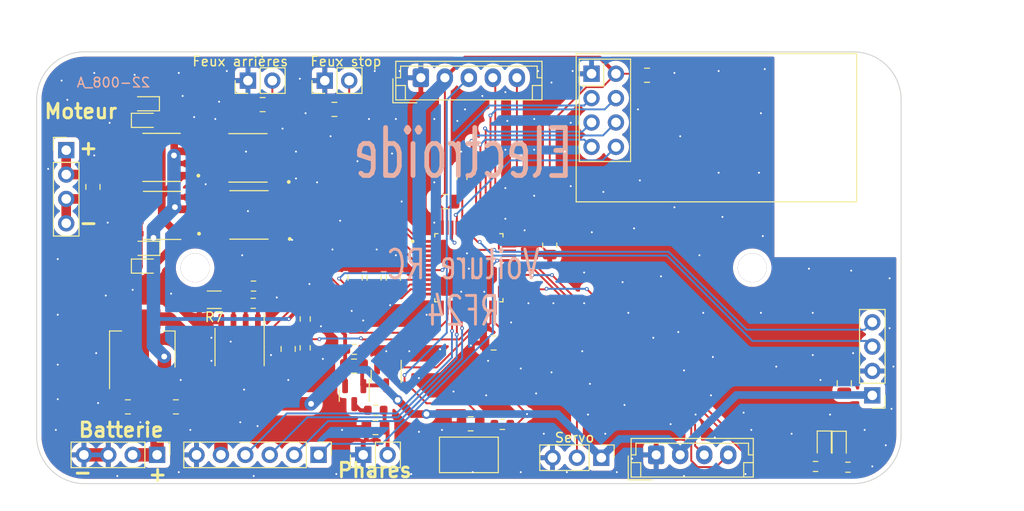
<source format=kicad_pcb>
(kicad_pcb (version 20211014) (generator pcbnew)
  (layers (0 "F.Cu" signal) (31 "B.Cu" signal) (34 "B.Paste" user) (35 "F.Paste" user) (36 "B.SilkS" user "B.Silkscreen") (37 "F.SilkS" user "F.Silkscreen") (38 "B.Mask" user) (39 "F.Mask" user) (44 "Edge.Cuts" user))
  (net 0 "")
  (net 1 "+3V3")
  (net 2 "GND")
  (net 3 "/mesure_VBat")
  (net 4 "+BATT")
  (net 5 "/RST")
  (net 6 "/led_recule")
  (net 7 "Net-(C12-Pad1)")
  (net 8 "Net-(C13-Pad2)")
  (net 9 "Net-(D1-Pad2)")
  (net 10 "Net-(D2-Pad2)")
  (net 11 "/direction")
  (net 12 "/PA5")
  (net 13 "/PA6")
  (net 14 "/SCL")
  (net 15 "/SDA")
  (net 16 "/DBG_Tx")
  (net 17 "/DBG_Rx")
  (net 18 "Net-(J9-Pad1)")
  (net 19 "Net-(J9-Pad3)")
  (net 20 "/SWDCLK")
  (net 21 "/SWDIO")
  (net 22 "Net-(Q1-Pad3)")
  (net 23 "/cmd_pleins_phares")
  (net 24 "Net-(Q3-Pad1)")
  (net 25 "Net-(Q4-Pad2)")
  (net 26 "Net-(Q4-Pad4)")
  (net 27 "/led_r")
  (net 28 "Net-(R8-Pad1)")
  (net 29 "Net-(R9-Pad2)")
  (net 30 "/led_v")
  (net 31 "Net-(U1-Pad44)")
  (net 33 "/PA7")
  (net 36 "/CSN")
  (net 37 "/SCK")
  (net 38 "/MISO")
  (net 39 "/MOSI")
  (net 40 "/IRQ")
  (net 41 "/CE")
  (net 45 "/PA11")
  (net 47 "Net-(U5-Pad1)")
  (net 48 "Net-(U6-Pad1)")
  (net 49 "Net-(U5-Pad7)")
  (net 50 "Net-(U5-Pad5)")
  (net 51 "/courant_moteur")
  (net 52 "/~{off}")
  (net 53 "/off")
  (net 54 "/on")
  (net 55 "/~{on}")
  (net 56 "/led_feu_stop")
  (footprint "Capacitor_SMD:C_0805_2012Metric" (layer "F.Cu") (at 165.132 128.538 90)
    (fp_text reference "C9" hide)
    (fp_text value "1µF" hide)
  )
  (footprint "Connector_PinHeader_2.54mm:PinHeader_1x02_P2.54mm_Vertical" (layer "F.Cu") (at 164 147 90)
    (fp_text reference "J4" hide)
    (fp_text value "Conn_01x02" hide)
  )
  (footprint "Capacitor_SMD:C_0805_2012Metric" (layer "F.Cu") (at 175.182 143.764)
    (fp_text reference "C7" hide)
    (fp_text value "0.1µf" hide)
  )
  (footprint "Connector_PinHeader_2.54mm:PinHeader_1x02_P2.54mm_Vertical" (layer "F.Cu") (at 152 108 90)
    (fp_text reference "J3" hide)
    (fp_text value "Conn_01x02" hide)
  )
  (footprint "Diode_SMD:D_0603_1608Metric" (layer "F.Cu") (at 141.3002 110.4138 180)
    (fp_text reference "D3" hide)
    (fp_text value "D" hide)
  )
  (footprint "Capacitor_SMD:C_0805_2012Metric" (layer "F.Cu") (at 163.152 128.538 90)
    (fp_text reference "C10" hide)
    (fp_text value "0.1µF" hide)
  )
  (footprint "AO4606:AO4606" (layer "F.Cu") (at 143.0684 122.0464 180)
    (fp_text reference "Q4")
    (fp_text value "AO4606(P)" hide)
  )
  (footprint "Capacitor_SMD:C_0805_2012Metric" (layer "F.Cu") (at 183.42 125.182 -90)
    (fp_text reference "C1" hide)
    (fp_text value "1µF" hide)
  )
  (footprint "Connector_JST:JST_EH_B4B-EH-A_1x04_P2.50mm_Vertical" (layer "F.Cu") (at 194.5 147)
    (fp_text reference "J8" hide)
    (fp_text value "Conn_01x04" hide)
  )
  (footprint "Resistor_SMD:R_0603_1608Metric" (layer "F.Cu") (at 152.5526 131.2042)
    (fp_text reference "R9" hide)
    (fp_text value "R" hide)
  )
  (footprint "Diode_SMD:D_0603_1608Metric" (layer "F.Cu") (at 141.351 127.3302)
    (fp_text reference "D5" hide)
    (fp_text value "D" hide)
  )
  (footprint "Capacitor_SMD:C_0805_2012Metric" (layer "F.Cu") (at 172.564 120.61)
    (fp_text reference "C8" hide)
    (fp_text value "1µF" hide)
  )
  (footprint "Capacitor_SMD:C_0805_2012Metric" (layer "F.Cu") (at 144.5 142)
    (fp_text reference "C5" hide)
    (fp_text value "C" hide)
  )
  (footprint "Connector_PinHeader_2.54mm:PinHeader_1x04_P2.54mm_Vertical" (layer "F.Cu") (at 142.54 147 -90)
    (fp_text reference "J5" hide)
    (fp_text value "Conn_01x04" hide)
  )
  (footprint "Package_SO:SOP-8_3.9x4.9mm_P1.27mm" (layer "F.Cu") (at 151.13 135.763 -90)
    (fp_text reference "U4" hide)
    (fp_text value "LM358_DFN" hide)
  )
  (footprint "Resistor_SMD:R_0603_1608Metric" (layer "F.Cu") (at 174.276 118.07 90)
    (fp_text reference "R11" hide)
    (fp_text value "R" hide)
  )
  (footprint "Resistor_SMD:R_0603_1608Metric" (layer "F.Cu") (at 157.9626 132.842 -90)
    (fp_text reference "R1" hide)
    (fp_text value "20k" hide)
  )
  (footprint "Connector_PinHeader_2.54mm:PinHeader_1x06_P2.54mm_Vertical" (layer "F.Cu") (at 159.35 147 -90)
    (fp_text reference "J2" hide)
    (fp_text value "Conn_01x06" hide)
  )
  (footprint "Diode_SMD:D_0603_1608Metric" (layer "F.Cu") (at 141.351 112.141)
    (fp_text reference "D4" hide)
    (fp_text value "D" hide)
  )
  (footprint "Button_Switch_SMD:SW_SPST_CK_RS282G05A3" (layer "F.Cu") (at 175 147 180)
    (fp_text reference "Reset1" hide)
    (fp_text value "SW_Push" hide)
  )
  (footprint "Resistor_SMD:R_0603_1608Metric" (layer "F.Cu") (at 165.3004 142.3518)
    (fp_text reference "R4" hide)
    (fp_text value "470" hide)
  )
  (footprint "Capacitor_SMD:C_0805_2012Metric" (layer "F.Cu") (at 165.275 144.1552 180)
    (fp_text reference "C12" hide)
    (fp_text value "22µf" hide)
  )
  (footprint "stm32L010C6T6:QFP50P900X900X160-48N" (layer "F.Cu") (at 175 127.5)
    (fp_text reference "U1")
    (fp_text value "STM32L010C6T6" hide)
  )
  (footprint "AO4606:AO4606" (layer "F.Cu") (at 143 116 180)
    (fp_text reference "Q3")
    (fp_text value "AO4606(P)" hide)
  )
  (footprint "Capacitor_SMD:C_0805_2012Metric" (layer "F.Cu") (at 139.5 142 180)
    (fp_text reference "C6" hide)
    (fp_text value "C" hide)
  )
  (footprint "Capacitor_SMD:C_0805_2012Metric" (layer "F.Cu") (at 177.578 135.342 180)
    (fp_text reference "C2" hide)
    (fp_text value "1µF" hide)
  )
  (footprint "Resistor_SMD:R_0603_1608Metric" (layer "F.Cu") (at 152.5778 129.413)
    (fp_text reference "R8" hide)
    (fp_text value "R" hide)
  )
  (footprint "Capacitor_SMD:C_0805_2012Metric" (layer "F.Cu") (at 163.0398 137.7544)
    (fp_text reference "C13" hide)
    (fp_text value "1nF" hide)
  )
  (footprint "Capacitor_SMD:C_0805_2012Metric" (layer "F.Cu") (at 153.526252 110.501252 180)
    (fp_text reference "C11" hide)
    (fp_text value "22µf" hide)
  )
  (footprint "Capacitor_SMD:C_0805_2012Metric" (layer "F.Cu") (at 193.548 107.442)
    (fp_text reference "C14" hide)
    (fp_text value "22µf" hide)
  )
  (footprint "LED_SMD:LED_0603_1608Metric" (layer "F.Cu") (at 212 146 -90)
    (fp_text reference "D2" hide)
    (fp_text value "LED" hide)
  )
  (footprint "TC4427EOA:SOIC127P599X175-8N" (layer "F.Cu") (at 152.1009 121.9956 180)
    (fp_text reference "U6")
    (fp_text value "TC4427EOA" hide)
  )
  (footprint "nRF24L01:nRF24L01_Breakout" (layer "F.Cu") (at 187.77 107.285)
    (fp_text reference "U3" hide)
    (fp_text value "NRF24L01_Breakout" hide)
  )
  (footprint "Capacitor_SMD:C_0805_2012Metric" (layer "F.Cu") (at 135.8646 119.0752 -90)
    (fp_text reference "C17" hide)
    (fp_text value "0.1µF" hide)
  )
  (footprint "Resistor_SMD:R_0603_1608Metric" (layer "F.Cu") (at 178.484 143.8304 180)
    (fp_text reference "R5" hide)
    (fp_text value "10k" hide)
  )
  (footprint "LED_SMD:LED_0603_1608Metric" (layer "F.Cu") (at 213.5494 146.0254 -90)
    (fp_text reference "D1" hide)
    (fp_text value "LED" hide)
  )
  (footprint "Resistor_SMD:R_0603_1608Metric" (layer "F.Cu") (at 214.4638 148.286 180)
    (fp_text reference "R3" hide)
    (fp_text value "470" hide)
  )
  (footprint "Capacitor_SMD:C_0805_2012Metric" (layer "F.Cu") (at 156.1846 135.9662 -90)
    (fp_text reference "C3" hide)
    (fp_text value "0.1µf" hide)
  )
  (footprint "Connector_JST:JST_EH_B5B-EH-A_1x05_P2.50mm_Vertical" (layer "F.Cu") (at 170 107.7)
    (fp_text reference "J10" hide)
    (fp_text value "Conn_01x05" hide)
  )
  (footprint "Capacitor_SMD:C_0805_2012Metric" (layer "F.Cu") (at 161 111 180)
    (fp_text reference "C16" hide)
    (fp_text value "22µf" hide)
  )
  (footprint "Connector_PinHeader_2.54mm:PinHeader_1x02_P2.54mm_Vertical" (layer "F.Cu") (at 160 108 90)
    (fp_text reference "J7" hide)
    (fp_text value "Conn_01x02" hide)
  )
  (footprint "Package_TO_SOT_SMD:SOT-223-3_TabPin2" (layer "F.Cu") (at 141 136 90)
    (fp_text reference "U2" hide)
    (fp_text value "AMS1117" hide)
  )
  (footprint "Connector_PinHeader_2.54mm:PinHeader_1x04_P2.54mm_Vertical" (layer "F.Cu") (at 217 140.8 180)
    (fp_text reference "J6" hide)
    (fp_text value "I2C" hide)
  )
  (footprint "Resistor_SMD:R_0603_1608Metric" (layer "F.Cu") (at 211.0856 148.2098)
    (fp_text reference "R10" hide)
    (fp_text value "470" hide)
  )
  (footprint "Resistor_SMD:R_1206_3216Metric_Pad1.30x1.75mm_HandSolder" (layer "F.Cu") (at 148.4884 130.8354 180)
    (fp_text reference "R7")
    (fp_text value "0.01ohms, 1W" hide)
  )
  (footprint "Package_TO_SOT_SMD:SOT-23" (layer "F.Cu") (at 163.0652 140.777 -90)
    (fp_text reference "Q1" hide)
    (fp_text value "Q_PMOS_GSD" hide)
  )
  (footprint "Connector_PinHeader_2.54mm:PinHeader_1x04_P2.54mm_Vertical" (layer "F.Cu") (at 133.0801 115.2492)
    (fp_text reference "J9" hide)
    (fp_text value "Connecteur moteur" hide)
  )
  (footprint "Connector_PinHeader_2.54mm:PinHeader_1x03_P2.54mm_Vertical" (layer "F.Cu") (at 188.79 147.3 -90)
    (fp_text reference "J1" hide)
    (fp_text value "Servomoteur" hide)
  )
  (footprint "Resistor_SMD:R_0603_1608Metric" (layer "F.Cu") (at 163.0652 136.0018)
    (fp_text reference "R6" hide)
    (fp_text value "1k" hide)
  )
  (footprint "Package_TO_SOT_SMD:SOT-23" (layer "F.Cu") (at 166.3926 138.8212 -90)
    (fp_text reference "Q2" hide)
    (fp_text value "Q_NPN" hide)
  )
  (footprint "Capacitor_SMD:C_0805_2012Metric" (layer "F.Cu") (at 214.078 139.53 90)
    (fp_text reference "C15" hide)
    (fp_text value "22µf" hide)
  )
  (footprint "TC4427EOA:SOIC127P599X175-8N" (layer "F.Cu") (at 152 116.0508 180)
    (fp_text reference "U5")
    (fp_text value "TC4427EOA" hide)
  )
  (footprint "Resistor_SMD:R_0603_1608Metric" (layer "F.Cu") (at 157.9576 135.8472 -90)
    (fp_text reference "R2" hide)
    (fp_text value "5.1k" hide)
  )
  (footprint "Capacitor_SMD:C_0805_2012Metric" (layer "F.Cu") (at 167.132 128.538 90)
    (fp_text reference "C4" hide)
    (fp_text value "22µf" hide)
  )
  (footprint "Diode_SMD:D_0603_1608Metric" (layer "F.Cu") (at 141.351 125.476 180)
    (fp_text reference "D6" hide)
    (fp_text value "D" hide)
  )
  (gr_line (start 130 110) (end 130 145) (layer "Edge.Cuts") (width 0.1))
  (gr_line (start 215 105) (end 135 105) (layer "Edge.Cuts") (width 0.1))
  (gr_arc (start 135 150) (mid 131.464466 148.535534) (end 130 145) (layer "Edge.Cuts") (width 0.1))
  (gr_line (start 135 150) (end 215 150) (layer "Edge.Cuts") (width 0.1))
  (gr_arc (start 215 105) (mid 218.535534 106.464466) (end 220 110) (layer "Edge.Cuts") (width 0.1))
  (gr_arc (start 130 110) (mid 131.464466 106.464466) (end 135 105) (layer "Edge.Cuts") (width 0.1))
  (gr_line (start 220 145) (end 220 110) (layer "Edge.Cuts") (width 0.1))
  (gr_arc (start 220 145) (mid 218.535534 148.535534) (end 215 150) (layer "Edge.Cuts") (width 0.1))
  (gr_text "Electroïde" (at 174.4 115.6) (layer "B.SilkS") (effects (font (size 5 3) (thickness 0.5)) (justify mirror)))
  (gr_text "22-008_A" (at 138 108.2) (layer "B.SilkS") (effects (font (size 1 1)) (justify mirror)))
  (gr_text "Voiture RC\nRF24" (at 174.4 129.6) (layer "B.SilkS") (effects (font (size 3 2) (thickness 0.3)) (justify mirror)))
  (gr_text "Servo" (at 186 145.2) (layer "F.SilkS") (effects (font (size 1 1))))
  (gr_text "+" (at 135.4 115) (layer "F.SilkS") (effects (font (size 1.5 1.5) (thickness 0.3))))
  (gr_text "Phares" (at 165.2 148.6) (layer "F.SilkS") (effects (font (size 1.5 1.5) (thickness 0.3))))
  (gr_text "Moteur" (at 134.6 111.2) (layer "F.SilkS") (effects (font (size 1.5 1.5) (thickness 0.3))))
  (gr_text "Feux arrières" (at 151.2 106) (layer "F.SilkS") (effects (font (size 1 1))))
  (gr_text "-" (at 135.4 122.8) (layer "F.SilkS") (effects (font (size 1.5 1.5) (thickness 0.3))))
  (gr_text "Batterie" (at 138.8 144.4) (layer "F.SilkS") (effects (font (size 1.5 1.5) (thickness 0.3))))
  (gr_text "+" (at 142.6 149) (layer "F.SilkS") (effects (font (size 1.5 1.5) (thickness 0.3))))
  (gr_text "-" (at 134.8 148.8) (layer "F.SilkS") (effects (font (size 1.5 1.5) (thickness 0.3))))
  (gr_text "Feux stop" (at 162.2 106) (layer "F.SilkS") (effects (font (size 1 1))))
  (via (at 204.5 127.5) (size 3) (drill 3) (layers "F.Cu" "B.Cu") (net 0))
  (via (at 146.5 127.5) (size 3) (drill 3) (layers "F.Cu" "B.Cu") (net 0))
  (segment (start 170.5864 142.748) (end 169.0624 142.748) (width 0.8) (layer "F.Cu") (net 1))
  (segment (start 141 139.15) (end 141 141.45) (width 1.4) (layer "F.Cu") (net 1))
  (segment (start 141 132.85) (end 143.8228 132.85) (width 1.4) (layer "F.Cu") (net 1))
  (segment (start 174.5868 105.6132) (end 188.6382 105.6132) (width 0.4) (layer "F.Cu") (net 1))
  (segment (start 141 139.15) (end 141 132.85) (width 1.4) (layer "F.Cu") (net 1))
  (segment (start 163.152 129.688) (end 167.6444 129.688) (width 0.2) (layer "F.Cu") (net 1))
  (segment (start 192.441 107.285) (end 190.31 107.285) (width 0.2) (layer "F.Cu") (net 1))
  (segment (start 146.4564 139.573) (end 148.5646 141.6812) (width 1.4) (layer "F.Cu") (net 1))
  (segment (start 187.235 108.675) (end 183.42 112.49) (width 0.2) (layer "F.Cu") (net 1))
  (segment (start 178.528 140.224) (end 178.528 135.342) (width 0.2) (layer "F.Cu") (net 1))
  (segment (start 171.614 120.61) (end 172.5 119.724) (width 0.2) (layer "F.Cu") (net 1))
  (segment (start 152.4508 141.6812) (end 158.5722 141.6812) (width 1.4) (layer "F.Cu") (net 1))
  (segment (start 163.152 129.488) (end 162.3556 129.488) (width 0.2) (layer "F.Cu") (net 1))
  (segment (start 172.25 121.246) (end 171.614 120.61) (width 0.2) (layer "F.Cu") (net 1))
  (segment (start 192.598 107.442) (end 192.441 107.285) (width 0.2) (layer "F.Cu") (net 1))
  (segment (start 153.035 138.388) (end 153.035 141.097) (width 0.2) (layer "F.Cu") (net 1))
  (segment (start 182.902 124.75) (end 183.42 124.232) (width 0.2) (layer "F.Cu") (net 1))
  (segment (start 177.75 131.67) (end 177.6984 131.7216) (width 0.2) (layer "F.Cu") (net 1))
  (segment (start 149.19 142.3066) (end 149.19 147) (width 1.4) (layer "F.Cu") (net 1))
  (segment (start 153.035 141.097) (end 152.4508 141.6812) (width 0.2) (layer "F.Cu") (net 1))
  (segment (start 181.052 142.748) (end 178.528 140.224) (width 0.2) (layer "F.Cu") (net 1))
  (segment (start 188.92 108.675) (end 187.235 108.675) (width 0.2) (layer "F.Cu") (net 1))
  (segment (start 141 141.45) (end 140.45 142) (width 1.4) (layer "F.Cu") (net 1))
  (segment (start 168.5824 128.75) (end 170.83 128.75) (width 0.2) (layer "F.Cu") (net 1))
  (segment (start 183.42 112.49) (end 183.42 124.232) (width 0.2) (layer "F.Cu") (net 1))
  (segment (start 190.31 107.285) (end 188.92 108.675) (width 0.2) (layer "F.Cu") (net 1))
  (segment (start 179.9696 143.8304) (end 181.052 142.748) (width 0.2) (layer "F.Cu") (net 1))
  (segment (start 172.25 123.33) (end 172.25 121.246) (width 0.2) (layer "F.Cu") (net 1))
  (segment (start 172.5 119.724) (end 172.5 107.7) (width 0.2) (layer "F.Cu") (net 1))
  (segment (start 188.6382 105.6132) (end 190.31 107.285) (width 0.4) (layer "F.Cu") (net 1))
  (segment (start 146.4564 135.4836) (end 146.4564 139.573) (width 1.4) (layer "F.Cu") (net 1))
  (segment (start 172.5 107.7) (end 174.5868 105.6132) (width 0.4) (layer "F.Cu") (net 1))
  (segment (start 148.5646 141.6812) (end 152.4508 141.6812) (width 1.4) (layer "F.Cu") (net 1))
  (segment (start 167.6444 129.688) (end 168.5824 128.75) (width 0.2) (layer "F.Cu") (net 1))
  (segment (start 169.0624 142.748) (end 167.5892 141.2748) (width 0.8) (layer "F.Cu") (net 1))
  (segment (start 179.17 124.75) (end 182.902 124.75) (width 0.2) (layer "F.Cu") (net 1))
  (segment (start 162.3556 129.488) (end 161.4932 128.6256) (width 0.2) (layer "F.Cu") (net 1))
  (segment (start 177.6984 133.223) (end 178.528 134.0526) (width 0.2) (layer "F.Cu") (net 1))
  (segment (start 214.398 140.8) (end 214.078 140.48) (width 0.2) (layer "F.Cu") (net 1))
  (segment (start 178.528 134.0526) (end 178.528 135.342) (width 0.2) (layer "F.Cu") (net 1))
  (segment (start 148.5646 141.6812) (end 149.19 142.3066) (width 1.4) (layer "F.Cu") (net 1))
  (segment (start 179.309 143.8304) (end 179.9696 143.8304) (width 0.2) (layer "F.Cu") (net 1))
  (segment (start 217 140.8) (end 214.398 140.8) (width 0.2) (layer "F.Cu") (net 1))
  (segment (start 177.6984 131.7216) (end 177.6984 133.223) (width 0.2) (layer "F.Cu") (net 1))
  (segment (start 143.8228 132.85) (end 146.4564 135.4836) (width 1.4) (layer "F.Cu") (net 1))
  (via (at 161.4932 128.6256) (size 0.4) (drill 0.2) (layers "F.Cu" "B.Cu") (net 1))
  (via (at 181.052 142.748) (size 0.4) (drill 0.2) (layers "F.Cu" "B.Cu") (net 1))
  (via (at 170.5864 142.748) (size 1) (drill 0.6) (layers "F.Cu" "B.Cu") (net 1))
  (via (at 158.5722 141.6812) (size 1) (drill 0.6) (layers "F.Cu" "B.Cu") (net 1))
  (via (at 167.5892 141.2748) (size 1) (drill 0.6) (layers "F.Cu" "B.Cu") (net 1))
  (segment (start 162.1155 138.1379) (end 169.8244 130.429) (width 1.4) (layer "B.Cu") (net 1))
  (segment (start 172.5 108.151346) (end 172.5 107.7) (width 1.4) (layer "B.Cu") (net 1))
  (segment (start 190.7032 145.3388) (end 188.79 147.252) (width 0.8) (layer "B.Cu") (net 1))
  (segment (start 181.052 142.748) (end 170.5864 142.748) (width 0.8) (layer "B.Cu") (net 1))
  (segment (start 162.052 128.0668) (end 169.8244 128.0668) (width 0.2) (layer "B.Cu") (net 1))
  (segment (start 202.8456 140.7656) (end 196.6456 146.9656) (width 0.8) (layer "B.Cu") (net 1))
  (segment (start 158.5722 141.6812) (end 162.1155 138.1379) (width 1.4) (layer "B.Cu") (net 1))
  (segment (start 184.238 142.748) (end 181.052 142.748) (width 0.8) (layer "B.Cu") (net 1))
  (segment (start 188.79 147.3) (end 184.238 142.748) (width 0.8) (layer "B.Cu") (net 1))
  (segment (start 161.4932 128.6256) (end 162.052 128.0668) (width 0.2) (layer "B.Cu") (net 1))
  (segment (start 169.8244 130.429) (end 169.8244 128.0668) (width 1.4) (layer "B.Cu") (net 1))
  (segment (start 195.7324 145.3388) (end 190.7032 145.3388) (width 0.8) (layer "B.Cu") (net 1))
  (segment (start 216.6456 140.7656) (end 202.8456 140.7656) (width 0.8) (layer "B.Cu") (net 1))
  (segment (start 164.4523 138.1379) (end 162.1155 138.1379) (width 0.8) (layer "B.Cu") (net 1))
  (segment (start 169.8244 128.0668) (end 169.8244 110.826946) (width 1.4) (layer "B.Cu") (net 1))
  (segment (start 169.8244 110.826946) (end 172.5 108.151346) (width 1.4) (layer "B.Cu") (net 1))
  (segment (start 197 146.6064) (end 195.7324 145.3388) (width 0.8) (layer "B.Cu") (net 1))
  (segment (start 197 147) (end 197 146.6064) (width 0.8) (layer "B.Cu") (net 1))
  (segment (start 167.5892 141.2748) (end 164.4523 138.1379) (width 0.8) (layer "B.Cu") (net 1))
  (segment (start 188.79 147.252) (end 188.79 147.3) (width 0.8) (layer "B.Cu") (net 1))
  (segment (start 137.46 147) (end 134.92 147) (width 1.4) (layer "F.Cu") (net 2))
  (segment (start 172.75 123.33) (end 172.75 121.374) (width 0.2) (layer "F.Cu") (net 2))
  (segment (start 176.628 133.887) (end 177.25 133.265) (width 0.2) (layer "F.Cu") (net 2))
  (segment (start 168.2248 127.788) (end 168.6868 128.25) (width 0.2) (layer "F.Cu") (net 2))
  (segment (start 176.628 135.342) (end 176.628 133.887) (width 0.2) (layer "F.Cu") (net 2))
  (segment (start 168.6868 128.25) (end 170.83 128.25) (width 0.2) (layer "F.Cu") (net 2))
  (segment (start 172.75 121.374) (end 173.514 120.61) (width 0.2) (layer "F.Cu") (net 2))
  (segment (start 214.398 138.26) (end 214.078 138.58) (width 0.2) (layer "F.Cu") (net 2))
  (segment (start 163.152 127.788) (end 168.2248 127.788) (width 0.2) (layer "F.Cu") (net 2))
  (segment (start 179.17 125.25) (end 182.538 125.25) (width 0.2) (layer "F.Cu") (net 2))
  (segment (start 177.25 133.265) (end 177.25 131.67) (width 0.2) (layer "F.Cu") (net 2))
  (segment (start 217 138.26) (end 214.398 138.26) (width 0.2) (layer "F.Cu") (net 2))
  (segment (start 182.538 125.25) (end 183.42 126.132) (width 0.2) (layer "F.Cu") (net 2))
  (via (at 180.4 148.8) (size 0.4) (drill 0.2) (layers "F.Cu" "B.Cu") (net 2))
  (via (at 171.4 118.6) (size 0.4) (drill 0.2) (layers "F.Cu" "B.Cu") (net 2))
  (via (at 178.8 109.2) (size 0.4) (drill 0.2) (layers "F.Cu" "B.Cu") (net 2))
  (via (at 150.2 135.2) (size 0.4) (drill 0.2) (layers "F.Cu" "B.Cu") (net 2))
  (via (at 172 136) (size 0.4) (drill 0.2) (layers "F.Cu" "B.Cu") (net 2))
  (via (at 194.2 134.8) (size 0.4) (drill 0.2) (layers "F.Cu" "B.Cu") (net 2))
  (via (at 151.2 143.6) (size 0.4) (drill 0.2) (layers "F.Cu" "B.Cu") (net 2))
  (via (at 195 128.4) (size 0.4) (drill 0.2) (layers "F.Cu" "B.Cu") (net 2))
  (via (at 162.8 132) (size 0.4) (drill 0.2) (layers "F.Cu" "B.Cu") (net 2))
  (via (at 196.4 121.2) (size 0.4) (drill 0.2) (layers "F.Cu" "B.Cu") (net 2))
  (via (at 205.8 106.8) (size 0.4) (drill 0.2) (layers "F.Cu" "B.Cu") (net 2))
  (via (at 145.2 109.6) (size 0.4) (drill 0.2) (layers "F.Cu" "B.Cu") (net 2))
  (via (at 208.6 144.8) (size 0.4) (drill 0.2) (layers "F.Cu" "B.Cu") (net 2))
  (via (at 171.4 112) (size 0.4) (drill 0.2) (layers "F.Cu" "B.Cu") (net 2))
  (via (at 131.2 117.2) (size 0.4) (drill 0.2) (layers "F.Cu" "B.Cu") (net 2))
  (via (at 157 118.2) (size 0.4) (drill 0.2) (layers "F.Cu" "B.Cu") (net 2))
  (via (at 182 140.6) (size 0.4) (drill 0.2) (layers "F.Cu" "B.Cu") (net 2))
  (via (at 151.8 115.4) (size 0.4) (drill 0.2) (layers "F.Cu" "B.Cu") (net 2))
  (via (at 198.6 142.8) (size 0.4) (drill 0.2) (layers "F.Cu" "B.Cu") (net 2))
  (via (at 144 130.2) (size 0.4) (drill 0.2) (layers "F.Cu" "B.Cu") (net 2))
  (via (at 169 149) (size 0.4) (drill 0.2) (layers "F.Cu" "B.Cu") (net 2))
  (via (at 177 137.2) (size 0.4) (drill 0.2) (layers "F.Cu" "B.Cu") (net 2))
  (via (at 174.8 126) (size 0.4) (drill 0.2) (layers "F.Cu" "B.Cu") (net 2))
  (via (at 168.8 136.2) (size 0.4) (drill 0.2) (layers "F.Cu" "B.Cu") (net 2))
  (via (at 146.4 111.8) (size 0.4) (drill 0.2) (layers "F.Cu" "B.Cu") (net 2))
  (via (at 180.4 138) (size 0.4) (drill 0.2) (layers "F.Cu" "B.Cu") (net 2))
  (via (at 165.4 125.6) (size 0.4) (drill 0.2) (layers "F.Cu" "B.Cu") (net 2))
  (via (at 153 144) (size 0.4) (drill 0.2) (layers "F.Cu" "B.Cu") (net 2))
  (via (at 217 148.2) (size 0.4) (drill 0.2) (layers "F.Cu" "B.Cu") (net 2))
  (via (at 132 144.4) (size 0.4) (drill 0.2) (layers "F.Cu" "B.Cu") (net 2))
  (via (at 201 107) (size 0.4) (drill 0.2) (layers "F.Cu" "B.Cu") (net 2))
  (via (at 192.6 111) (size 0.4) (drill 0.2) (layers "F.Cu" "B.Cu") (net 2))
  (via (at 154.4 136.6) (size 0.4) (drill 0.2) (layers "F.Cu" "B.Cu") (net 2))
  (via (at 201.4 122.2) (size 0.4) (drill 0.2) (layers "F.Cu" "B.Cu") (net 2))
  (via (at 199 126.2) (size 0.4) (drill 0.2) (layers "F.Cu" "B.Cu") (net 2))
  (via (at 185.8 107) (size 0.4) (drill 0.2) (layers "F.Cu" "B.Cu") (net 2))
  (via (at 216.2 144.4) (size 0.4) (drill 0.2) (layers "F.Cu" "B.Cu") (net 2))
  (via (at 211.6 139.2) (size 0.4) (drill 0.2) (layers "F.Cu" "B.Cu") (net 2))
  (via (at 196.8 134.2) (size 0.4) (drill 0.2) (layers "F.Cu" "B.Cu") (net 2))
  (via (at 153.2 106.2) (size 0.4) (drill 0.2) (layers "F.Cu" "B.Cu") (net 2))
  (via (at 196.4 107.2) (size 0.4) (drill 0.2) (layers "F.Cu" "B.Cu") (net 2))
  (via (at 166.4 136.2) (size 0.4) (drill 0.2) (layers "F.Cu" "B.Cu") (net 2))
  (via (at 136.2 136.4) (size 0.4) (drill 0.2) (layers "F.Cu" "B.Cu") (net 2))
  (via (at 189.2 144.8) (size 0.4) (drill 0.2) (layers "F.Cu" "B.Cu") (net 2))
  (via (at 146 144.4) (size 0.4) (drill 0.2) (layers "F.Cu" "B.Cu") (net 2))
  (via (at 168 120.6) (size 0.4) (drill 0.2) (layers "F.Cu" "B.Cu") (net 2))
  (via (at 175 127.6) (size 0.4) (drill 0.2) (layers "F.Cu" "B.Cu") (net 2))
  (via (at 191.2 141.8) (size 0.4) (drill 0.2) (layers "F.Cu" "B.Cu") (net 2))
  (via (at 161.8 144.4) (size 0.4) (drill 0.2) (layers "F.Cu" "B.Cu") (net 2))
  (via (at 210.4 127.6) (size 0.4) (drill 0.2) (layers "F.Cu" "B.Cu") (net 2))
  (via (at 183.6 108.2) (size 0.4) (drill 0.2) (layers "F.Cu" "B.Cu") (net 2))
  (via (at 151.6 140.2) (size 0.4) (drill 0.2) (layers "F.Cu" "B.Cu") (net 2))
  (via (at 170.6 132.4) (size 0.4) (drill 0.2) (layers "F.Cu" "B.Cu") (net 2))
  (via (at 157.4 107.8) (size 0.4) (drill 0.2) (layers "F.Cu" "B.Cu") (net 2))
  (via (at 210.8 132.2) (size 0.4) (drill 0.2) (layers "F.Cu" "B.Cu") (net 2))
  (via (at 214.8 127.8) (size 0.4) (drill 0.2) (layers "F.Cu" "B.Cu") (net 2))
  (via (at 187.4 142.8) (size 0.4) (drill 0.2) (layers "F.Cu" "B.Cu") (net 2))
  (via (at 205.2 117.6) (size 0.4) (drill 0.2) (layers "F.Cu" "B.Cu") (net 2))
  (via (at 205.4 111.4) (size 0.4) (drill 0.2) (layers "F.Cu" "B.Cu") (net 2))
  (via (at 140.2 107.4) (size 0.4) (drill 0.2) (layers "F.Cu" "B.Cu") (net 2))
  (via (at 185.6 119) (size 0.4) (drill 0.2) (layers "F.Cu" "B.Cu") (net 2))
  (via (at 176.4 109.6) (size 0.4) (drill 0.2) (layers "F.Cu" "B.Cu") (net 2))
  (via (at 219 142.2) (size 0.4) (drill 0.2) (layers "F.Cu" "B.Cu") (net 2))
  (via (at 210.8 136.6) (size 0.4) (drill 0.2) (layers "F.Cu" "B.Cu") (net 2))
  (via (at 219.2 137.8) (size 0.4) (drill 0.2) (layers "F.Cu" "B.Cu") (net 2))
  (via (at 180.8 123.6) (size 0.4) (drill 0.2) (layers "F.Cu" "B.Cu") (net 2))
  (via (at 132.2 132.4) (size 0.4) (drill 0.2) (layers "F.Cu" "B.Cu") (net 2))
  (via (at 205.6 124.2) (size 0.4) (drill 0.2) (layers "F.Cu" "B.Cu") (net 2))
  (via (at 189 119.6) (size 0.4) (drill 0.2) (layers "F.Cu" "B.Cu") (net 2))
  (via (at 172.2 144.4) (size 0.4) (drill 0.2) (layers "F.Cu" "B.Cu") (net 2))
  (via (at 181.8 120) (size 0.4) (drill 0.2) (layers "F.Cu" "B.Cu") (net 2))
  (via (at 191.6 132.2) (size 0.4) (drill 0.2) (layers "F.Cu" "B.Cu") (net 2))
  (via (at 200.2 140.8) (size 0.4) (drill 0.2) (layers "F.Cu" "B.Cu") (net 2))
  (via (at 174.2 130) (size 0.4) (drill 0.2) (layers "F.Cu" "B.Cu") (net 2))
  (via (at 191 129) (size 0.4) (drill 0.2) (layers "F.Cu" "B.Cu") (net 2))
  (via (at 212.6 142.8) (size 0.4) (drill 0.2) (layers "F.Cu" "B.Cu") (net 2))
  (via (at 144.8 107.2) (size 0.4) (drill 0.2) (layers "F.Cu" "B.Cu") (net 2))
  (via (at 132.2 126.6) (size 0.4) (drill 0.2) (layers "F.Cu" "B.Cu") (net 2))
  (via (at 148.2 137.2) (size 0.4) (drill 0.2) (layers "F.Cu" "B.Cu") (net 2))
  (via (at 144.8 148.8) (size 0.4) (drill 0.2) (layers "F.Cu" "B.Cu") (net 2))
  (via (at 185.2 148.8) (size 0.4) (drill 0.2) (layers "F.Cu" "B.Cu") (net 2))
  (via (at 192 147.4) (size 0.4) (drill 0.2) (layers "F.Cu" "B.Cu") (net 2))
  (via (at 138.4 149.2) (size 0.4) (drill 0.2) (layers "F.Cu" "B.Cu") (net 2))
  (via (at 200.6 145.2) (size 0.4) (drill 0.2) (layers "F.Cu" "B.Cu") (net 2))
  (via (at 187 131.2) (size 0.4) (drill 0.2) (layers "F.Cu" "B.Cu") (net 2))
  (via (at 160.8 125.6) (size 0.4) (drill 0.2) (layers "F.Cu" "B.Cu") (net 2))
  (via (at 149.8 107) (size 0.4) (drill 0.2) (layers "F.Cu" "B.Cu") (net 2))
  (via (at 167 115.6) (size 0.4) (drill 0.2) (layers "F.Cu" "B.Cu") (net 2))
  (via (at 178.8 119.2) (size 0.4) (drill 0.2) (layers "F.Cu" "B.Cu") (net 2))
  (via (at 167.4 126.2) (size 0.4) (drill 0.2) (layers "F.Cu" "B.Cu") (net 2))
  (via (at 136 107.2) (size 0.4) (drill 0.2) (layers "F.Cu" "B.Cu") (net 2))
  (via (at 166.8 131.4) (size 0.4) (drill 0.2) (layers "F.Cu" "B.Cu") (net 2))
  (via (at 156.2 139.2) (size 0.4) (drill 0.2) (layers "F.Cu" "B.Cu") (net 2))
  (via (at 175.2 135.6) (size 0.4) (drill 0.2) (layers "F.Cu" "B.Cu") (net 2))
  (via (at 161.2 149) (size 0.4) (drill 0.2) (layers "F.Cu" "B.Cu") (net 2))
  (via (at 187 128) (size 0.4) (drill 0.2) (layers "F.Cu" "B.Cu") (net 2))
  (via (at 163.4 116.4) (size 0.4) (drill 0.2) (layers "F.Cu" "B.Cu") (net 2))
  (via (at 169.8 144.6) (size 0.4) (drill 0.2) (layers "F.Cu" "B.Cu") (net 2))
  (via (at 197 113.8) (size 0.4) (drill 0.2) (layers "F.Cu" "B.Cu") (net 2))
  (via (at 203.8 149) (size 0.4) (drill 0.2) (layers "F.Cu" "B.Cu") (net 2))
  (via (at 183.8 131.2) (size 0.4) (drill 0.2) (layers "F.Cu" "B.Cu") (net 2))
  (via (at 207 137.8) (size 0.4) (drill 0.2) (layers "F.Cu" "B.Cu") (net 2))
  (via (at 132.6 108) (size 0.4) (drill 0.2) (layers "F.Cu" "B.Cu") (net 2))
  (via (at 199.4 132.2) (size 0.4) (drill 0.2) (layers "F.Cu" "B.Cu") (net 2))
  (via (at 159.2 118.6) (size 0.4) (drill 0.2) (layers "F.Cu" "B.Cu") (net 2))
  (via (at 137.6 112.4) (size 0.4) (drill 0.2) (layers "F.Cu" "B.Cu") (net 2))
  (via (at 149 110.2) (size 0.4) (drill 0.2) (layers "F.Cu" "B.Cu") (net 2))
  (via (at 159.8 137) (size 0.4) (drill 0.2) (layers "F.Cu" "B.Cu") (net 2))
  (via (at 136.4 141.6) (size 0.4) (drill 0.2) (layers "F.Cu" "B.Cu") (net 2))
  (via (at 181.8 112) (size 0.4) (drill 0.2) (layers "F.Cu" "B.Cu") (net 2))
  (via (at 164 133) (size 0.4) (drill 0.2) (layers "F.Cu" "B.Cu") (net 2))
  (via (at 161.6 122.6) (size 0.4) (drill 0.2) (layers "F.Cu" "B.Cu") (net 2))
  (via (at 218.4 146) (size 0.4) (drill 0.2) (layers "F.Cu" "B.Cu") (net 2))
  (via (at 158.4 129.2) (size 0.4) (drill 0.2) (layers "F.Cu" "B.Cu") (net 2))
  (via (at 187.8 123.8) (size 0.4) (drill 0.2) (layers "F.Cu" "B.Cu") (net 2))
  (via (at 192.8 118.4) (size 0.4) (drill 0.2) (layers "F.Cu" "B.Cu") (net 2))
  (via (at 190.4 148.8) (size 0.4) (drill 0.2) (layers "F.Cu" "B.Cu") (net 2))
  (via (at 200.4 136.8) (size 0.4) (drill 0.2) (layers "F.Cu" "B.Cu") (net 2))
  (via (at 174.2 115.4) (size 0.4) (drill 0.2) (layers "F.Cu" "B.Cu") (net 2))
  (via (at 181.8 115.2) (size 0.4) (drill 0.2) (layers "F.Cu" "B.Cu") (net 2))
  (via (at 165.2 107) (size 0.4) (drill 0.2) (layers "F.Cu" "B.Cu") (net 2))
  (via (at 137.4 122.8) (size 0.4) (drill 0.2) (layers "F.Cu" "B.Cu") (net 2))
  (via (at 185.6 112.4) (size 0.4) (drill 0.2) (layers "F.Cu" "B.Cu") (net 2))
  (via (at 173.4 140.4) (size 0.4) (drill 0.2) (layers "F.Cu" "B.Cu") (net 2))
  (via (at 160.6 113.8) (size 0.4) (drill 0.2) (layers "F.Cu" "B.Cu") (net 2))
  (via (at 167.8 107) (size 0.4) (drill 0.2) (layers "F.Cu" "B.Cu") (net 2))
  (via (at 132.2 137.6) (size 0.4) (drill 0.2) (layers "F.Cu" "B.Cu") (net 2))
  (via (at 140.8 143.6) (size 0.4) (drill 0.2) (layers "F.Cu" "B.Cu") (net 2))
  (via (at 179 112.2) (size 0.4) (drill 0.2) (layers "F.Cu" "B.Cu") (net 2))
  (via (at 175.4 148.8) (size 0.4) (drill 0.2) (layers "F.Cu" "B.Cu") (net 2))
  (via (at 197.4 138.2) (size 0.4) (drill 0.2) (layers "F.Cu" "B.Cu") (net 2))
  (via (at 136 115.8) (size 0.4) (drill 0.2) (layers "F.Cu" "B.Cu") (net 2))
  (via (at 205.4 132.2) (size 0.4) (drill 0.2) (layers "F.Cu" "B.Cu") (net 2))
  (via (at 176.8 140.8) (size 0.4) (drill 0.2) (layers "F.Cu" "B.Cu") (net 2))
  (via (at 176.6 130) (size 0.4) (drill 0.2) (layers "F.Cu" "B.Cu") (net 2))
  (via (at 164.8 149) (size 0.4) (drill 0.2) (layers "F.Cu" "B.Cu") (net 2))
  (via (at 174.6 111) (size 0.4) (drill 0.2) (layers "F.Cu" "B.Cu") (net 2))
  (via (at 178.8 122.4) (size 0.4) (drill 0.2) (layers "F.Cu" "B.Cu") (net 2))
  (via (at 196 143.8) (size 0.4) (drill 0.2) (layers "F.Cu" "B.Cu") (net 2))
  (via (at 187.6 139.6) (size 0.4) (drill 0.2) (layers "F.Cu" "B.Cu") (net 2))
  (via (at 161.2 105.8) (size 0.4) (drill 0.2) (layers "F.Cu" "B.Cu") (net 2))
  (via (at 148.6 112) (size 0.4) (drill 0.2) (layers "F.Cu" "B.Cu") (net 2))
  (via (at 147.6 118.8) (size 0.4) (drill 0.2) (layers "F.Cu" "B.Cu") (net 2))
  (via (at 182.2 107) (size 0.4) (drill 0.2) (layers "F.Cu" "B.Cu") (net 2))
  (via (at 169.8 139) (size 0.4) (drill 0.2) (layers "F.Cu" "B.Cu") (net 2))
  (via (at 182.8 144.8) (size 0.4) (drill 0.2) (layers "F.Cu" "B.Cu") (net 2))
  (via (at 137.2 130.4) (size 0.4) (drill 0.2) (layers "F.Cu" "B.Cu") (net 2))
  (via (at 204.4 144.4) (size 0.4) (drill 0.2) (layers "F.Cu" "B.Cu") (net 2))
  (via (at 218.8 128.6) (size 0.4) (drill 0.2) (layers "F.Cu" "B.Cu") (net 2))
  (via (at 186.8 136.2) (size 0.4) (drill 0.2) (layers "F.Cu" "B.Cu") (net 2))
  (via (at 145 139.2) (size 0.4) (drill 0.2) (layers "F.Cu" "B.Cu") (net 2))
  (via (at 215 136.4) (size 0.4) (drill 0.2) (layers "F.Cu" "B.Cu") (net 2))
  (via (at 203.6 142.6) (size 0.4) (drill 0.2) (layers "F.Cu" "B.Cu") (net 2))
  (via (at 197.4 149.2) (size 0.4) (drill 0.2) (layers "F.Cu" "B.Cu") (net 2))
  (via (at 155 130.6) (size 0.4) (drill 0.2) (layers "F.Cu" "B.Cu") (net 2))
  (via (at 179.4 133.2) (size 0.4) (drill 0.2) (layers "F.Cu" "B.Cu") (net 2))
  (via (at 181.2 131.2) (size 0.4) (drill 0.2) (layers "F.Cu" "B.Cu") (net 2))
  (via (at 201 117.6) (size 0.4) (drill 0.2) (layers "F.Cu" "B.Cu") (net 2))
  (via (at 148.2 134.8) (size 0.4) (drill 0.2) (layers "F.Cu" "B.Cu") (net 2))
  (via (at 151.4 126.2) (size 0.4) (drill 0.2) (layers "F.Cu" "B.Cu") (net 2))
  (via (at 156.6 124.6) (size 0.4) (drill 0.2) (layers "F.Cu" "B.Cu") (net 2))
  (via (at 173.8 112.2) (size 0.4) (drill 0.2) (layers "F.Cu" "B.Cu") (net 2))
  (via (at 158 111.4) (size 0.4) (drill 0.2) (layers "F.Cu" "B.Cu") (net 2))
  (via (at 171.4 122.8) (size 0.4) (drill 0.2) (layers "F.Cu" "B.Cu") (net 2))
  (via (at 159.6 133.6) (size 0.4) (drill 0.2) (layers "F.Cu" "B.Cu") (net 2))
  (via (at 178.8 115.2) (size 0.4) (drill 0.2) (layers "F.Cu" "B.Cu") (net 2))
  (via (at 167.4 112) (size 0.4) (drill 0.2) (layers "F.Cu" "B.Cu") (net 2))
  (via (at 157 115.4) (size 0.4) (drill 0.2) (layers "F.Cu" "B.Cu") (net 2))
  (via (at 192.2 123.4) (size 0.4) (drill 0.2) (layers "F.Cu" "B.Cu") (net 2))
  (via (at 164.6 112) (size 0.4) (drill 0.2) (layers "F.Cu" "B.Cu") (net 2))
  (via (at 133.2 110) (size 0.4) (drill 0.2) (layers "F.Cu" "B.Cu") (net 2))
  (via (at 132.2 141.2) (size 0.4) (drill 0.2) (layers "F.Cu" "B.Cu") (net 2))
  (via (at 152.6 149.2) (size 0.4) (drill 0.2) (layers "F.Cu" "B.Cu") (net 2))
  (via (at 140 129.8) (size 0.4) (drill 0.2) (layers "F.Cu" "B.Cu") (net 2))
  (via (at 218.8 133.8) (size 0.4) (drill 0.2) (layers "F.Cu" "B.Cu") (net 2))
  (via (at 185 115.4) (size 0.4) (drill 0.2) (layers "F.Cu" "B.Cu") (net 2))
  (via (at 155.6 113) (size 0.4) (drill 0.2) (layers "F.Cu" "B.Cu") (net 2))
  (via (at 183.6 138.4) (size 0.4) (drill 0.2) (layers "F.Cu" "B.Cu") (net 2))
  (via (at 152 121.6) (size 0.4) (drill 0.2) (layers "F.Cu" "B.Cu") (net 2))
  (segment (start 175.25 133.6956) (end 175.25 131.67) (width 0.2) (layer "F.Cu") (net 3))
  (segment (start 158.0296 134.9502) (end 157.9576 135.0222) (width 0.2) (layer "F.Cu") (net 3))
  (segment (start 157.9576 135.0222) (end 157.9576 133.672) (width 0.4) (layer "F.Cu") (net 3))
  (segment (start 163.7538 134.8486) (end 163.8728 134.9676) (width 0.2) (layer "F.Cu") (net 3))
  (segment (start 163.8728 134.9676) (end 173.998 134.9676) (width 0.2) (layer "F.Cu") (net 3))
  (segment (start 175.26 133.7056) (end 175.25 133.6956) (width 0.2) (layer "F.Cu") (net 3))
  (segment (start 159.4358 134.9502) (end 158.0296 134.9502) (width 0.2) (layer "F.Cu") (net 3))
  (segment (start 173.998 134.9676) (end 175.26 133.7056) (width 0.2) (layer "F.Cu") (net 3))
  (segment (start 156.1846 135.0162) (end 157.9516 135.0162) (width 0.4) (layer "F.Cu") (net 3))
  (segment (start 157.9516 135.0162) (end 157.9576 135.0222) (width 0.4) (layer "F.Cu") (net 3))
  (segment (start 157.9576 133.672) (end 157.9626 133.667) (width 0.4) (layer "F.Cu") (net 3))
  (via (at 163.7538 134.8486) (size 0.4) (drill 0.2) (layers "F.Cu" "B.Cu") (net 3))
  (via (at 159.4358 134.9502) (size 0.4) (drill 0.2) (layers "F.Cu" "B.Cu") (net 3))
  (segment (start 163.7284 134.874) (end 159.512 134.874) (width 0.2) (layer "B.Cu") (net 3))
  (segment (start 159.512 134.874) (end 159.4358 134.9502) (width 0.2) (layer "B.Cu") (net 3))
  (segment (start 163.7538 134.8486) (end 163.7284 134.874) (width 0.2) (layer "B.Cu") (net 3))
  (segment (start 159.4358 134.9502) (end 159.4104 134.9756) (width 0.2) (layer "B.Cu") (net 3))
  (segment (start 143.3 143.7318) (end 143.3 139.15) (width 1.4) (layer "F.Cu") (net 4))
  (segment (start 145.6462 121.3606) (end 145.5954 121.4114) (width 0.8) (layer "F.Cu") (net 4))
  (segment (start 145.527 115.365) (end 144.731 115.365) (width 0.8) (layer "F.Cu") (net 4))
  (segment (start 144.33 112.6561) (end 142.0877 110.4138) (width 0.8) (layer "F.Cu") (net 4))
  (segment (start 157.9626 132.017) (end 157.005506 132.017) (width 0.4) (layer "F.Cu") (net 4))
  (segment (start 157.005506 132.017) (end 156.2608 132.842) (width 0.4) (layer "F.Cu") (net 4))
  (segment (start 144.731 115.365) (end 144.2974 115.7986) (width 0.8) (layer "F.Cu") (net 4))
  (segment (start 142.54 147) (end 142.54 144.4918) (width 1.4) (layer "F.Cu") (net 4))
  (segment (start 142.1638 125.4507) (end 142.1385 125.476) (width 0.8) (layer "F.Cu") (net 4))
  (segment (start 144.399 121.1834) (end 144.627 121.4114) (width 0.8) (layer "F.Cu") (net 4))
  (segment (start 143.3 136.7722) (end 143.2814 136.7536) (width 1.4) (layer "F.Cu") (net 4))
  (segment (start 145.5778 115.4158) (end 145.527 115.365) (width 0.8) (layer "F.Cu") (net 4))
  (segment (start 142.54 144.4918) (end 143.3 143.7318) (width 1.4) (layer "F.Cu") (net 4))
  (segment (start 144.627 121.4114) (end 145.5954 121.4114) (width 0.8) (layer "F.Cu") (net 4))
  (segment (start 149.33 115.4158) (end 145.5778 115.4158) (width 0.8) (layer "F.Cu") (net 4))
  (segment (start 157.9626 132.017) (end 159.6522 132.017) (width 0.4) (layer "F.Cu") (net 4))
  (segment (start 143.3 139.15) (end 143.3 136.7722) (width 1.4) (layer "F.Cu") (net 4))
  (segment (start 162.1152 134.48) (end 162.1152 139.8395) (width 0.4) (layer "F.Cu") (net 4))
  (segment (start 142.1638 124.3838) (end 142.1638 125.4507) (width 0.8) (layer "F.Cu") (net 4))
  (segment (start 159.6522 132.017) (end 162.1152 134.48) (width 0.4) (layer "F.Cu") (net 4))
  (segment (start 149.4309 121.3606) (end 145.6462 121.3606) (width 0.8) (layer "F.Cu") (net 4))
  (segment (start 140 147) (end 142.54 147) (width 1.4) (layer "F.Cu") (net 4))
  (segment (start 144.33 115.766) (end 144.33 112.6561) (width 0.8) (layer "F.Cu") (net 4))
  (via (at 144.399 121.1834) (size 1) (drill 0.6) (layers "F.Cu" "B.Cu") (net 4))
  (via (at 143.2814 136.7536) (size 1) (drill 0.6) (layers "F.Cu" "B.Cu") (net 4))
  (via (at 142.1638 124.3838) (size 1) (drill 0.6) (layers "F.Cu" "B.Cu") (net 4))
  (via (at 144.2974 115.7986) (size 1) (drill 0.6) (layers "F.Cu" "B.Cu") (net 4))
  (via (at 156.2608 132.842) (size 0.4) (drill 0.2) (layers "F.Cu" "B.Cu") (net 4))
  (segment (start 142.1638 123.4186) (end 142.1638 124.3838) (width 1.4) (layer "B.Cu") (net 4))
  (segment (start 156.2608 132.842) (end 142.3924 132.842) (width 0.4) (layer "B.Cu") (net 4))
  (segment (start 142.1638 133.0706) (end 142.1638 135.636) (width 1.4) (layer "B.Cu") (net 4))
  (segment (start 144.399 121.1834) (end 142.1638 123.4186) (width 1.4) (layer "B.Cu") (net 4))
  (segment (start 142.1638 124.3838) (end 142.1638 133.0706) (width 1.4) (layer "B.Cu") (net 4))
  (segment (start 144.2974 115.7986) (end 144.2974 121.0818) (width 1.4) (layer "B.Cu") (net 4))
  (segment (start 142.3924 132.842) (end 142.1638 133.0706) (width 0.4) (layer "B.Cu") (net 4))
  (segment (start 144.2974 121.0818) (end 144.399 121.1834) (width 0.8) (layer "B.Cu") (net 4))
  (segment (start 142.1638 135.636) (end 143.2814 136.7536) (width 1.4) (layer "B.Cu") (net 4))
  (segment (start 176.132 143.764) (end 177.5926 143.764) (width 0.2) (layer "F.Cu") (net 5))
  (segment (start 174.8536 141.6304) (end 176.132 142.9088) (width 0.2) (layer "F.Cu") (net 5))
  (segment (start 176.132 142.9088) (end 176.132 143.764) (width 0.2) (layer "F.Cu") (net 5))
  (segment (start 168.3004 139.335217) (end 170.595583 141.6304) (width 0.2) (layer "F.Cu") (net 5))
  (segment (start 168.3004 138.684) (end 168.3004 139.335217) (width 0.2) (layer "F.Cu") (net 5))
  (segment (start 172.224 127.75) (end 172.2374 127.7366) (width 0.2) (layer "F.Cu") (net 5))
  (segment (start 177.5926 143.764) (end 177.659 143.8304) (width 0.2) (layer "F.Cu") (net 5))
  (segment (start 178.9 145.0714) (end 177.659 143.8304) (width 0.2) (layer "F.Cu") (net 5))
  (segment (start 178.9 147) (end 178.9 145.0714) (width 0.2) (layer "F.Cu") (net 5))
  (segment (start 170.595583 141.6304) (end 174.8536 141.6304) (width 0.2) (layer "F.Cu") (net 5))
  (segment (start 170.83 127.75) (end 172.224 127.75) (width 0.2) (layer "F.Cu") (net 5))
  (via (at 172.2374 127.7366) (size 0.4) (drill 0.2) (layers "F.Cu" "B.Cu") (net 5))
  (via (at 168.3004 138.684) (size 0.4) (drill 0.2) (layers "F.Cu" "B.Cu") (net 5))
  (segment (start 172.701 127.0318) (end 172.701 134.2834) (width 0.2) (layer "B.Cu") (net 5))
  (segment (start 172.701 127.0318) (end 172.701 127.273) (width 0.2) (layer "B.Cu") (net 5))
  (segment (start 175 107.7) (end 172.701 109.999) (width 0.2) (layer "B.Cu") (net 5))
  (segment (start 172.701 109.999) (end 172.701 127.0318) (width 0.2) (layer "B.Cu") (net 5))
  (segment (start 172.701 134.2834) (end 168.3004 138.684) (width 0.2) (layer "B.Cu") (net 5))
  (segment (start 172.701 127.273) (end 172.2374 127.7366) (width 0.2) (layer "B.Cu") (net 5))
  (segment (start 154.54 110.437504) (end 154.54 108) (width 0.2) (layer "F.Cu") (net 6))
  (segment (start 169.845514 125.25) (end 155.096766 110.501252) (width 0.2) (layer "F.Cu") (net 6))
  (segment (start 155.096766 110.501252) (end 154.476252 110.501252) (width 0.2) (layer "F.Cu") (net 6))
  (segment (start 170.83 125.25) (end 169.845514 125.25) (width 0.2) (layer "F.Cu") (net 6))
  (segment (start 154.476252 110.501252) (end 154.54 110.437504) (width 0.2) (layer "F.Cu") (net 6))
  (segment (start 166.54 147) (end 166.54 144.4702) (width 0.4) (layer "F.Cu") (net 7))
  (segment (start 166.225 142.4514) (end 166.1254 142.3518) (width 0.4) (layer "F.Cu") (net 7))
  (segment (start 166.225 144.1552) (end 166.225 142.4514) (width 0.4) (layer "F.Cu") (net 7))
  (segment (start 166.54 144.4702) (end 166.225 144.1552) (width 0.4) (layer "F.Cu") (net 7))
  (segment (start 163.8902 136.0018) (end 163.8902 139.7145) (width 0.4) (layer "F.Cu") (net 8))
  (segment (start 163.8902 139.7145) (end 164.0152 139.8395) (width 0.4) (layer "F.Cu") (net 8))
  (segment (start 164.096 139.7587) (end 164.0152 139.8395) (width 0.4) (layer "F.Cu") (net 8))
  (segment (start 166.3926 139.7587) (end 164.096 139.7587) (width 0.4) (layer "F.Cu") (net 8))
  (segment (start 213.5494 148.1966) (end 213.6388 148.286) (width 0.2) (layer "F.Cu") (net 9))
  (segment (start 213.5494 146.8129) (end 213.5494 148.1966) (width 0.2) (layer "F.Cu") (net 9))
  (segment (start 211.9106 146.8769) (end 212 146.7875) (width 0.2) (layer "F.Cu") (net 10))
  (segment (start 211.9106 148.2098) (end 211.9106 146.8769) (width 0.2) (layer "F.Cu") (net 10))
  (segment (start 178.367297 129.25) (end 178.125 129.492297) (width 0.2) (layer "F.Cu") (net 11))
  (segment (start 179.17 129.25) (end 178.367297 129.25) (width 0.2) (layer "F.Cu") (net 11))
  (segment (start 178.125 129.492297) (end 178.125 130.5254) (width 0.2) (layer "F.Cu") (net 11))
  (segment (start 178.125 130.5254) (end 186.25 138.6504) (width 0.2) (layer "F.Cu") (net 11))
  (segment (start 186.25 138.6504) (end 186.25 147.3) (width 0.2) (layer "F.Cu") (net 11))
  (segment (start 173.25 134.09) (end 173.25 131.67) (width 0.2) (layer "F.Cu") (net 12))
  (via (at 173.25 134.09) (size 0.4) (drill 0.2) (layers "F.Cu" "B.Cu") (net 12))
  (segment (start 156.048799 142.681201) (end 151.73 147) (width 0.2) (layer "B.Cu") (net 12))
  (segment (start 167.432141 142.681201) (end 156.048799 142.681201) (width 0.2) (layer "B.Cu") (net 12))
  (segment (start 173.236 136.877342) (end 167.432141 142.681201) (width 0.2) (layer "B.Cu") (net 12))
  (segment (start 173.25 134.09) (end 173.236 134.104) (width 0.2) (layer "B.Cu") (net 12))
  (segment (start 173.236 134.104) (end 173.236 136.877342) (width 0.2) (layer "B.Cu") (net 12))
  (segment (start 173.75 131.67) (end 173.75 134.4536) (width 0.2) (layer "F.Cu") (net 13))
  (segment (start 173.75 134.4536) (end 173.736 134.4676) (width 0.2) (layer "F.Cu") (net 13))
  (via (at 173.736 134.4676) (size 0.4) (drill 0.2) (layers "F.Cu" "B.Cu") (net 13))
  (segment (start 154.27 147) (end 158.188799 143.081201) (width 0.2) (layer "B.Cu") (net 13))
  (segment (start 173.736 136.943028) (end 173.736 134.4676) (width 0.2) (layer "B.Cu") (net 13))
  (segment (start 167.597827 143.081201) (end 173.736 136.943028) (width 0.2) (layer "B.Cu") (net 13))
  (segment (start 158.188799 143.081201) (end 167.597827 143.081201) (width 0.2) (layer "B.Cu") (net 13))
  (segment (start 175.932897 124.8156) (end 176.1236 124.8156) (width 0.2) (layer "F.Cu") (net 14))
  (segment (start 175.25 123.33) (end 175.25 124.132703) (width 0.2) (layer "F.Cu") (net 14))
  (segment (start 175.25 124.132703) (end 175.932897 124.8156) (width 0.2) (layer "F.Cu") (net 14))
  (via (at 176.1236 124.8156) (size 0.4) (drill 0.2) (layers "F.Cu" "B.Cu") (net 14))
  (segment (start 176.1236 124.830029) (end 177.531571 126.238) (width 0.2) (layer "B.Cu") (net 14))
  (segment (start 216.408 135.128) (end 217 135.72) (width 0.2) (layer "B.Cu") (net 14))
  (segment (start 204.513914 135.128) (end 216.408 135.128) (width 0.2) (layer "B.Cu") (net 14))
  (segment (start 176.1236 124.8156) (end 176.1236 124.830029) (width 0.2) (layer "B.Cu") (net 14))
  (segment (start 177.531571 126.238) (end 195.623914 126.238) (width 0.2) (layer "B.Cu") (net 14))
  (segment (start 195.623914 126.238) (end 204.513914 135.128) (width 0.2) (layer "B.Cu") (net 14))
  (segment (start 174.75 124.5596) (end 174.75 123.33) (width 0.2) (layer "F.Cu") (net 15))
  (segment (start 175.834088 125.643688) (end 174.75 124.5596) (width 0.2) (layer "F.Cu") (net 15))
  (segment (start 177.644366 125.643688) (end 175.834088 125.643688) (width 0.2) (layer "F.Cu") (net 15))
  (via (at 177.644366 125.643688) (size 0.4) (drill 0.2) (layers "F.Cu" "B.Cu") (net 15))
  (segment (start 203.9112 133.9596) (end 216.2204 133.9596) (width 0.2) (layer "B.Cu") (net 15))
  (segment (start 216.2204 133.9596) (end 217 133.18) (width 0.2) (layer "B.Cu") (net 15))
  (segment (start 195.789599 125.838) (end 203.9112 133.9596) (width 0.2) (layer "B.Cu") (net 15))
  (segment (start 177.838678 125.838) (end 195.789599 125.838) (width 0.2) (layer "B.Cu") (net 15))
  (segment (start 177.644366 125.643688) (end 177.838678 125.838) (width 0.2) (layer "B.Cu") (net 15))
  (segment (start 198.55 143.863801) (end 181.9362 127.25) (width 0.2) (layer "F.Cu") (net 16))
  (segment (start 198.55 146.05) (end 198.55 143.863801) (width 0.2) (layer "F.Cu") (net 16))
  (segment (start 199.5 147) (end 198.55 146.05) (width 0.2) (layer "F.Cu") (net 16))
  (segment (start 181.9362 127.25) (end 179.17 127.25) (width 0.2) (layer "F.Cu") (net 16))
  (segment (start 198.15 144.029486) (end 181.870514 127.75) (width 0.2) (layer "F.Cu") (net 17))
  (segment (start 198.15 147.601346) (end 198.15 144.029486) (width 0.2) (layer "F.Cu") (net 17))
  (segment (start 198.823654 148.275) (end 198.15 147.601346) (width 0.2) (layer "F.Cu") (net 17))
  (segment (start 181.870514 127.75) (end 179.17 127.75) (width 0.2) (layer "F.Cu") (net 17))
  (segment (start 200.725 148.275) (end 198.823654 148.275) (width 0.2) (layer "F.Cu") (net 17))
  (segment (start 202 147) (end 200.725 148.275) (width 0.2) (layer "F.Cu") (net 17))
  (segment (start 133.0801 117.7892) (end 135.5286 117.7892) (width 1) (layer "F.Cu") (net 18))
  (segment (start 135.5286 117.7892) (end 135.8646 118.1252) (width 1) (layer "F.Cu") (net 18))
  (segment (start 140.473 110.4535) (end 140.5127 110.4138) (width 1) (layer "F.Cu") (net 18))
  (segment (start 140.473 114.095) (end 140.473 115.9112) (width 1) (layer "F.Cu") (net 18))
  (segment (start 140.473 114.095) (end 140.473 110.4535) (width 1) (layer "F.Cu") (net 18))
  (segment (start 135.8646 118.1252) (end 138.259 118.1252) (width 1) (layer "F.Cu") (net 18))
  (segment (start 133.0801 117.7892) (end 133.0801 115.2492) (width 1) (layer "F.Cu") (net 18))
  (segment (start 140.473 115.9112) (end 140.473 117.905) (width 1) (layer "F.Cu") (net 18))
  (segment (start 138.259 118.1252) (end 140.473 115.9112) (width 1) (layer "F.Cu") (net 18))
  (segment (start 138.618 120.0252) (end 140.5414 121.9486) (width 1) (layer "F.Cu") (net 19))
  (segment (start 133.0801 122.8692) (end 133.0801 120.3292) (width 1) (layer "F.Cu") (net 19))
  (segment (start 135.5606 120.3292) (end 135.8646 120.0252) (width 1) (layer "F.Cu") (net 19))
  (segment (start 140.5414 121.9486) (end 140.5414 123.9514) (width 1) (layer "F.Cu") (net 19))
  (segment (start 140.5414 120.1414) (end 140.5414 121.9486) (width 1) (layer "F.Cu") (net 19))
  (segment (start 140.5414 127.3081) (end 140.5635 127.3302) (width 1) (layer "F.Cu") (net 19))
  (segment (start 133.0801 120.3292) (end 135.5606 120.3292) (width 1) (layer "F.Cu") (net 19))
  (segment (start 140.5414 123.9514) (end 140.5414 127.3081) (width 1) (layer "F.Cu") (net 19))
  (segment (start 135.8646 120.0252) (end 138.618 120.0252) (width 1) (layer "F.Cu") (net 19))
  (segment (start 177.75 107.95) (end 177.5 107.7) (width 0.2) (layer "F.Cu") (net 20))
  (segment (start 177.75 123.33) (end 177.75 107.95) (width 0.2) (layer "F.Cu") (net 20))
  (segment (start 178.367297 125.75) (end 179.17 125.75) (width 0.2) (layer "F.Cu") (net 21))
  (segment (start 178.125 125.507703) (end 178.367297 125.75) (width 0.2) (layer "F.Cu") (net 21))
  (segment (start 180 122.617297) (end 178.125 124.492297) (width 0.2) (layer "F.Cu") (net 21))
  (segment (start 180 107.7) (end 180 122.617297) (width 0.2) (layer "F.Cu") (net 21))
  (segment (start 178.125 124.492297) (end 178.125 125.507703) (width 0.2) (layer "F.Cu") (net 21))
  (segment (start 163.7025 142.3518) (end 163.0652 141.7145) (width 0.4) (layer "F.Cu") (net 22))
  (segment (start 164.4754 142.3518) (end 163.7025 142.3518) (width 0.4) (layer "F.Cu") (net 22))
  (segment (start 176.25 133.281286) (end 171.647586 137.8837) (width 0.2) (layer "F.Cu") (net 23))
  (segment (start 176.25 131.67) (end 176.25 133.281286) (width 0.2) (layer "F.Cu") (net 23))
  (segment (start 171.647586 137.8837) (end 167.3426 137.8837) (width 0.2) (layer "F.Cu") (net 23))
  (segment (start 150.0378 126.7714) (end 150.0378 130.8348) (width 0.8) (layer "F.Cu") (net 24))
  (segment (start 143.0274 119.9896) (end 143.0274 122.3264) (width 0.8) (layer "F.Cu") (net 24))
  (segment (start 150.495 133.138) (end 150.495 131.292) (width 0.4) (layer "F.Cu") (net 24))
  (segment (start 145.5173 123.9514) (end 142.1385 127.3302) (width 0.8) (layer "F.Cu") (net 24))
  (segment (start 143.0274 119.9896) (end 143.0274 113.0299) (width 0.8) (layer "F.Cu") (net 24))
  (segment (start 144.6524 123.9514) (end 145.5954 123.9514) (width 0.8) (layer "F.Cu") (net 24))
  (segment (start 150.0378 130.8348) (end 150.0384 130.8354) (width 0.8) (layer "F.Cu") (net 24))
  (segment (start 145.112 117.905) (end 143.0274 119.9896) (width 0.8) (layer "F.Cu") (net 24))
  (segment (start 150.495 131.292) (end 150.0384 130.8354) (width 0.4) (layer "F.Cu") (net 24))
  (segment (start 147.2178 123.9514) (end 150.0378 126.7714) (width 0.8) (layer "F.Cu") (net 24))
  (segment (start 145.5954 123.9514) (end 147.2178 123.9514) (width 0.8) (layer "F.Cu") (net 24))
  (segment (start 143.0274 122.3264) (end 144.6524 123.9514) (width 0.8) (layer "F.Cu") (net 24))
  (segment (start 145.527 117.905) (end 145.112 117.905) (width 0.8) (layer "F.Cu") (net 24))
  (segment (start 145.5954 123.9514) (end 145.5173 123.9514) (width 0.8) (layer "F.Cu") (net 24))
  (segment (start 143.0274 113.0299) (end 142.1385 112.141) (width 0.8) (layer "F.Cu") (net 24))
  (segment (start 149.4309 122.6306) (end 145.6462 122.6306) (width 0.8) (layer "F.Cu") (net 25))
  (segment (start 145.6462 122.6306) (end 145.5954 122.6814) (width 0.8) (layer "F.Cu") (net 25))
  (segment (start 149.3801 120.1414) (end 149.4309 120.0906) (width 0.8) (layer "F.Cu") (net 26))
  (segment (start 145.5954 120.1414) (end 149.3801 120.1414) (width 0.8) (layer "F.Cu") (net 26))
  (segment (start 183.6523 128.2597) (end 185.9926 130.6) (width 0.2) (layer "F.Cu") (net 27))
  (segment (start 214.5138 149.061) (end 215.2888 148.286) (width 0.2) (layer "F.Cu") (net 27))
  (segment (start 185.9926 130.6) (end 187.4452 130.6) (width 0.2) (layer "F.Cu") (net 27))
  (segment (start 205.9062 149.061) (end 214.5138 149.061) (width 0.2) (layer "F.Cu") (net 27))
  (segment (start 179.17 128.25) (end 181.59 128.25) (width 0.2) (layer "F.Cu") (net 27))
  (segment (start 181.59 128.25) (end 181.61 128.27) (width 0.2) (layer "F.Cu") (net 27))
  (segment (start 187.4452 130.6) (end 205.9062 149.061) (width 0.2) (layer "F.Cu") (net 27))
  (via (at 181.61 128.27) (size 0.4) (drill 0.2) (layers "F.Cu" "B.Cu") (net 27))
  (via (at 183.6523 128.2597) (size 0.4) (drill 0.2) (layers "F.Cu" "B.Cu") (net 27))
  (segment (start 183.642 128.27) (end 181.61 128.27) (width 0.2) (layer "B.Cu") (net 27))
  (segment (start 183.6523 128.2597) (end 183.642 128.27) (width 0.2) (layer "B.Cu") (net 27))
  (segment (start 151.765 133.138) (end 151.765 129.4252) (width 0.4) (layer "F.Cu") (net 28))
  (segment (start 151.765 129.4252) (end 151.7528 129.413) (width 0.4) (layer "F.Cu") (net 28))
  (segment (start 153.035 133.138) (end 153.035 131.5468) (width 0.4) (layer "F.Cu") (net 29))
  (segment (start 153.035 133.9342) (end 149.225 137.7442) (width 0.4) (layer "F.Cu") (net 29))
  (segment (start 149.225 137.7442) (end 149.225 138.388) (width 0.4) (layer "F.Cu") (net 29))
  (segment (start 153.035 131.5468) (end 153.3776 131.2042) (width 0.4) (layer "F.Cu") (net 29))
  (segment (start 153.035 133.138) (end 153.035 133.9342) (width 0.4) (layer "F.Cu") (net 29))
  (segment (start 179.17 129.75) (end 183.0256 129.75) (width 0.2) (layer "F.Cu") (net 30))
  (segment (start 183.0256 129.75) (end 183.0832 129.6924) (width 0.2) (layer "F.Cu") (net 30))
  (segment (start 205.7662 148.2098) (end 210.2606 148.2098) (width 0.2) (layer "F.Cu") (net 30))
  (segment (start 187.2742 129.7178) (end 205.7662 148.2098) (width 0.2) (layer "F.Cu") (net 30))
  (via (at 183.0832 129.6924) (size 0.4) (drill 0.2) (layers "F.Cu" "B.Cu") (net 30))
  (via (at 187.2742 129.7178) (size 0.4) (drill 0.2) (layers "F.Cu" "B.Cu") (net 30))
  (segment (start 187.2742 129.7178) (end 187.2488 129.6924) (width 0.2) (layer "B.Cu") (net 30))
  (segment (start 187.2488 129.6924) (end 183.0832 129.6924) (width 0.2) (layer "B.Cu") (net 30))
  (segment (start 174.314 118.933) (end 174.314 122.463297) (width 0.2) (layer "F.Cu") (net 31))
  (segment (start 174.25 122.527297) (end 174.25 123.33) (width 0.2) (layer "F.Cu") (net 31))
  (segment (start 174.314 122.463297) (end 174.25 122.527297) (width 0.2) (layer "F.Cu") (net 31))
  (segment (start 174.276 118.895) (end 174.314 118.933) (width 0.2) (layer "F.Cu") (net 31))
  (segment (start 174.25 131.67) (end 174.25 133.7624) (width 0.2) (layer "F.Cu") (net 33))
  (segment (start 174.25 133.7624) (end 174.2948 133.8072) (width 0.2) (layer "F.Cu") (net 33))
  (via (at 174.2948 133.8072) (size 0.4) (drill 0.2) (layers "F.Cu" "B.Cu") (net 33))
  (segment (start 156.81 147) (end 160.328799 143.481201) (width 0.2) (layer "B.Cu") (net 33))
  (segment (start 174.2948 136.949914) (end 174.2948 133.8072) (width 0.2) (layer "B.Cu") (net 33))
  (segment (start 167.763513 143.481201) (end 174.2948 136.949914) (width 0.2) (layer "B.Cu") (net 33))
  (segment (start 160.328799 143.481201) (end 167.763513 143.481201) (width 0.2) (layer "B.Cu") (net 33))
  (segment (start 177.25 123.33) (end 177.25 111.6418) (width 0.2) (layer "F.Cu") (net 36))
  (segment (start 177.2412 111.633) (end 177.25 111.6418) (width 0.2) (layer "F.Cu") (net 36))
  (via (at 177.2412 111.633) (size 0.4) (drill 0.2) (layers "F.Cu" "B.Cu") (net 36))
  (segment (start 190.31 109.825) (end 189.137 110.998) (width 0.2) (layer "B.Cu") (net 36))
  (segment (start 177.8762 110.998) (end 177.2412 111.633) (width 0.2) (layer "B.Cu") (net 36))
  (segment (start 189.137 110.998) (end 177.8762 110.998) (width 0.2) (layer "B.Cu") (net 36))
  (segment (start 176.75 113.0468) (end 176.6824 112.9792) (width 0.2) (layer "F.Cu") (net 37))
  (segment (start 176.75 123.33) (end 176.75 113.0468) (width 0.2) (layer "F.Cu") (net 37))
  (via (at 176.6824 112.9792) (size 0.4) (drill 0.2) (layers "F.Cu" "B.Cu") (net 37))
  (segment (start 187.77 112.365) (end 186.8192 113.3158) (width 0.2) (layer "B.Cu") (net 37))
  (segment (start 177.019 113.3158) (end 176.6824 112.9792) (width 0.2) (layer "B.Cu") (net 37))
  (segment (start 186.8192 113.3158) (end 177.019 113.3158) (width 0.2) (layer "B.Cu") (net 37))
  (segment (start 176.1998 123.2798) (end 176.1998 114.7572) (width 0.2) (layer "F.Cu") (net 38))
  (segment (start 176.1744 114.681) (end 176.149 114.7064) (width 0.2) (layer "F.Cu") (net 38))
  (segment (start 176.1998 114.7572) (end 176.1744 114.681) (width 0.2) (layer "F.Cu") (net 38))
  (segment (start 176.25 123.33) (end 176.1998 123.2798) (width 0.2) (layer "F.Cu") (net 38))
  (via (at 176.1744 114.681) (size 0.4) (drill 0.2) (layers "F.Cu" "B.Cu") (net 38))
  (segment (start 187.77 114.905) (end 187.02 114.155) (width 0.2) (layer "B.Cu") (net 38))
  (segment (start 187.02 114.155) (end 176.7004 114.155) (width 0.2) (layer "B.Cu") (net 38))
  (segment (start 176.7004 114.155) (end 176.1744 114.681) (width 0.2) (layer "B.Cu") (net 38))
  (segment (start 175.75 115.3996) (end 175.2854 114.935) (width 0.2) (layer "F.Cu") (net 39))
  (segment (start 175.75 123.33) (end 175.75 115.3996) (width 0.2) (layer "F.Cu") (net 39))
  (segment (start 175.2854 114.935) (end 175.2854 114.2746) (width 0.2) (layer "F.Cu") (net 39))
  (via (at 175.2854 114.2746) (size 0.4) (drill 0.2) (layers "F.Cu" "B.Cu") (net 39))
  (segment (start 190.31 112.365) (end 188.9592 113.7158) (width 0.2) (layer "B.Cu") (net 39))
  (segment (start 175.8442 113.7158) (end 175.2854 114.2746) (width 0.2) (layer "B.Cu") (net 39))
  (segment (start 188.9592 113.7158) (end 175.8442 113.7158) (width 0.2) (layer "B.Cu") (net 39))
  (segment (start 173.75 123.33) (end 173.75 122.1118) (width 0.2) (layer "F.Cu") (net 40))
  (segment (start 173.75 122.1118) (end 173.6344 121.9962) (width 0.2) (layer "F.Cu") (net 40))
  (via (at 173.6344 121.9962) (size 0.4) (drill 0.2) (layers "F.Cu" "B.Cu") (net 40))
  (segment (start 179.324 116.3066) (end 173.6344 121.9962) (width 0.2) (layer "B.Cu") (net 40))
  (segment (start 188.9084 116.3066) (end 179.324 116.3066) (width 0.2) (layer "B.Cu") (net 40))
  (segment (start 190.31 114.905) (end 188.9084 116.3066) (width 0.2) (layer "B.Cu") (net 40))
  (segment (start 173.25 124.6344) (end 173.5074 124.8918) (width 0.2) (layer "F.Cu") (net 41))
  (segment (start 173.25 123.33) (end 173.25 124.6344) (width 0.2) (layer "F.Cu") (net 41))
  (via (at 173.5074 124.8918) (size 0.4) (drill 0.2) (layers "F.Cu" "B.Cu") (net 41))
  (segment (start 186.997 110.598) (end 187.77 109.825) (width 0.2) (layer "B.Cu") (net 41))
  (segment (start 173.101 114.6048) (end 177.1078 110.598) (width 0.2) (layer "B.Cu") (net 41))
  (segment (start 177.1078 110.598) (end 186.997 110.598) (width 0.2) (layer "B.Cu") (net 41))
  (segment (start 173.101 124.4854) (end 173.101 114.6048) (width 0.2) (layer "B.Cu") (net 41))
  (segment (start 173.5074 124.8918) (end 173.101 124.4854) (width 0.2) (layer "B.Cu") (net 41))
  (segment (start 177.9484 126.75) (end 179.17 126.75) (width 0.2) (layer "F.Cu") (net 45))
  (via (at 177.9484 126.75) (size 0.4) (drill 0.2) (layers "F.Cu" "B.Cu") (net 45))
  (segment (start 160.5 145.85) (end 159.35 147) (width 0.2) (layer "B.Cu") (net 45))
  (segment (start 177.4952 134.3152) (end 165.9604 145.85) (width 0.2) (layer "B.Cu") (net 45))
  (segment (start 177.9484 126.75) (end 177.4952 127.2032) (width 0.2) (layer "B.Cu") (net 45))
  (segment (start 165.9604 145.85) (end 160.5 145.85) (width 0.2) (layer "B.Cu") (net 45))
  (segment (start 177.4952 127.2032) (end 177.4952 134.3152) (width 0.2) (layer "B.Cu") (net 45))
  (segment (start 149.33 117.9558) (end 154.67 117.9558) (width 0.8) (layer "F.Cu") (net 47))
  (segment (start 149.4309 123.9006) (end 154.7709 123.9006) (width 0.8) (layer "F.Cu") (net 48))
  (segment (start 145.527 116.635) (end 149.2792 116.635) (width 0.8) (layer "F.Cu") (net 49))
  (segment (start 149.2792 116.635) (end 149.33 116.6858) (width 0.8) (layer "F.Cu") (net 49))
  (segment (start 149.2792 114.095) (end 149.33 114.1458) (width 0.8) (layer "F.Cu") (net 50))
  (segment (start 145.527 114.095) (end 149.2792 114.095) (width 0.8) (layer "F.Cu") (net 50))
  (segment (start 156.9984 131.317) (end 159.659306 131.317) (width 0.2) (layer "F.Cu") (net 51))
  (segment (start 159.659306 131.317) (end 162.6152 134.272894) (width 0.2) (layer "F.Cu") (net 51))
  (segment (start 151.765 138.388) (end 151.765 136.5504) (width 0.2) (layer "F.Cu") (net 51))
  (segment (start 162.6152 134.272894) (end 171.416106 134.272894) (width 0.2) (layer "F.Cu") (net 51))
  (segment (start 151.765 136.5504) (end 156.9984 131.317) (width 0.2) (layer "F.Cu") (net 51))
  (segment (start 150.495 138.388) (end 151.765 138.388) (width 0.4) (layer "F.Cu") (net 51))
  (segment (start 171.416106 134.272894) (end 172.7454 132.9436) (width 0.2) (layer "F.Cu") (net 51))
  (segment (start 172.75 131.67) (end 172.75 132.939) (width 0.2) (layer "F.Cu") (net 51))
  (segment (start 170.027297 126.75) (end 157.424897 114.1476) (width 0.2) (layer "F.Cu") (net 52))
  (segment (start 154.6718 114.1476) (end 154.67 114.1458) (width 0.2) (layer "F.Cu") (net 52))
  (segment (start 157.424897 114.1476) (end 154.6718 114.1476) (width 0.2) (layer "F.Cu") (net 52))
  (segment (start 170.83 126.75) (end 170.027297 126.75) (width 0.2) (layer "F.Cu") (net 52))
  (segment (start 159.2054 116.6858) (end 154.67 116.6858) (width 0.2) (layer "F.Cu") (net 53))
  (segment (start 169.7696 127.25) (end 159.2054 116.6858) (width 0.2) (layer "F.Cu") (net 53))
  (segment (start 170.83 127.25) (end 169.7696 127.25) (width 0.2) (layer "F.Cu") (net 53))
  (segment (start 168.000503 130.688) (end 162.227914 130.688) (width 0.2) (layer "F.Cu") (net 54))
  (segment (start 158.242 124.0028) (end 156.8698 122.6306) (width 0.2) (layer "F.Cu") (net 54))
  (segment (start 156.8698 122.6306) (end 154.7709 122.6306) (width 0.2) (layer "F.Cu") (net 54))
  (segment (start 162.227914 130.688) (end 158.242 126.702086) (width 0.2) (layer "F.Cu") (net 54))
  (segment (start 168.938503 129.75) (end 168.000503 130.688) (width 0.2) (layer "F.Cu") (net 54))
  (segment (start 158.242 126.702086) (end 158.242 124.0028) (width 0.2) (layer "F.Cu") (net 54))
  (segment (start 170.83 129.75) (end 168.938503 129.75) (width 0.2) (layer "F.Cu") (net 54))
  (segment (start 167.834817 130.288) (end 162.3936 130.288) (width 0.2) (layer "F.Cu") (net 55))
  (segment (start 158.6484 126.5428) (end 158.6484 121.412) (width 0.2) (layer "F.Cu") (net 55))
  (segment (start 157.327 120.0906) (end 154.7709 120.0906) (width 0.2) (layer "F.Cu") (net 55))
  (segment (start 168.872817 129.25) (end 167.834817 130.288) (width 0.2) (layer "F.Cu") (net 55))
  (segment (start 162.3936 130.288) (end 158.6484 126.5428) (width 0.2) (layer "F.Cu") (net 55))
  (segment (start 170.83 129.25) (end 168.872817 129.25) (width 0.2) (layer "F.Cu") (net 55))
  (segment (start 158.6484 121.412) (end 157.327 120.0906) (width 0.2) (layer "F.Cu") (net 55))
  (segment (start 169.9112 124.75) (end 161.95 116.7888) (width 0.2) (layer "F.Cu") (net 56))
  (segment (start 161.95 111) (end 162.54 110.41) (width 0.2) (layer "F.Cu") (net 56))
  (segment (start 161.95 116.7888) (end 161.95 111) (width 0.2) (layer "F.Cu") (net 56))
  (segment (start 170.83 124.75) (end 169.9112 124.75) (width 0.2) (layer "F.Cu") (net 56))
  (segment (start 162.54 110.41) (end 162.54 108) (width 0.2) (layer "F.Cu") (net 56))
  (zone (net 0) (net_name "") (layers F&B.Cu) (connect_pads (clearance 0)) (min_thickness 0.254)
    (keepout (tracks not_allowed) (vias not_allowed) (pads not_allowed) (copperpour not_allowed) (footprints not_allowed))
    (fill (thermal_gap 0.508) (thermal_bridge_width 0.508))
    (polygon (pts (xy 232.8 126.4) (xy 206.8 126.4) (xy 206.8 99.6) (xy 232.8 99.6)))
  )
  (zone (net 2) (net_name "GND") (layers F&B.Cu) (connect_pads (clearance 0.508)) (min_thickness 0.254) (fill yes (thermal_gap 0.508) (thermal_bridge_width 0.508))
    (polygon (pts (xy 222.758 103.2764) (xy 225.1456 151.1808) (xy 126.1872 152.8572) (xy 129.286 102.2604)))
  )
)
</source>
